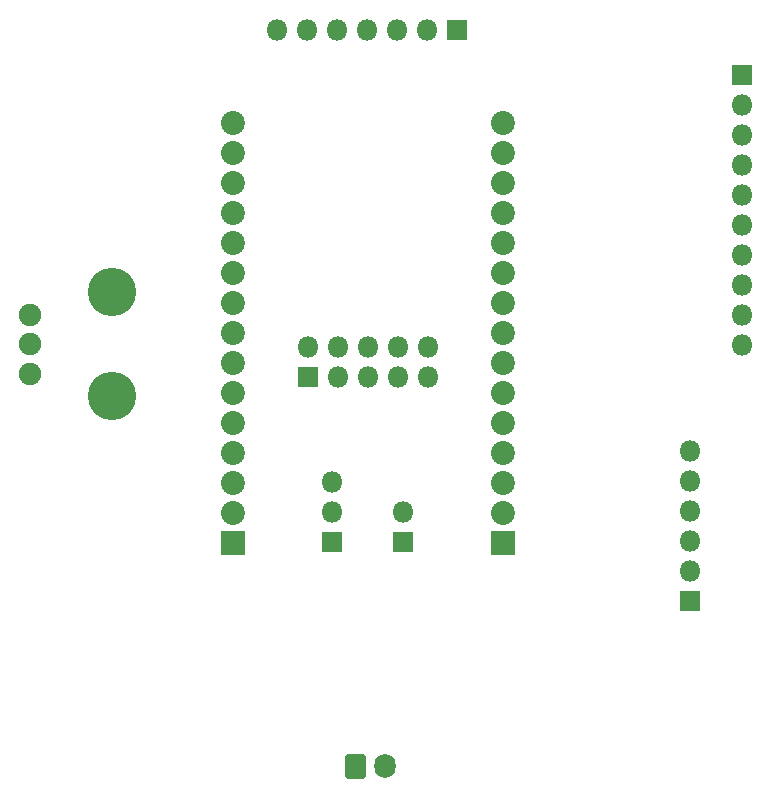
<source format=gbr>
%TF.GenerationSoftware,KiCad,Pcbnew,5.1.6*%
%TF.CreationDate,2020-06-18T23:16:12-07:00*%
%TF.ProjectId,draft,64726166-742e-46b6-9963-61645f706362,rev?*%
%TF.SameCoordinates,Original*%
%TF.FileFunction,Soldermask,Top*%
%TF.FilePolarity,Negative*%
%FSLAX46Y46*%
G04 Gerber Fmt 4.6, Leading zero omitted, Abs format (unit mm)*
G04 Created by KiCad (PCBNEW 5.1.6) date 2020-06-18 23:16:12*
%MOMM*%
%LPD*%
G01*
G04 APERTURE LIST*
%ADD10R,2.030000X2.030000*%
%ADD11C,2.030000*%
%ADD12O,1.800000X2.100000*%
%ADD13C,4.100000*%
%ADD14C,1.900000*%
%ADD15R,1.800000X1.800000*%
%ADD16O,1.800000X1.800000*%
G04 APERTURE END LIST*
D10*
%TO.C,U1*%
X105450001Y-84095001D03*
D11*
X105450001Y-81555001D03*
X105450001Y-79015001D03*
X105450001Y-76475001D03*
X105450001Y-73935001D03*
X105450001Y-71395001D03*
X105450001Y-68855001D03*
X105450001Y-66315001D03*
X105450001Y-63775001D03*
X105450001Y-61235001D03*
X105450001Y-58695001D03*
X105450001Y-56155001D03*
X105450001Y-53615001D03*
X105450001Y-51075001D03*
X105450001Y-48535001D03*
D10*
X82590001Y-84095001D03*
D11*
X82590001Y-81555001D03*
X82590001Y-79015001D03*
X82590001Y-76475001D03*
X82590001Y-73935001D03*
X82590001Y-71395001D03*
X82590001Y-68855001D03*
X82590001Y-66315001D03*
X82590001Y-63775001D03*
X82590001Y-61235001D03*
X82590001Y-58695001D03*
X82590001Y-56155001D03*
X82590001Y-53615001D03*
X82590001Y-51075001D03*
X82590001Y-48535001D03*
%TD*%
%TO.C,J2*%
G36*
G01*
X92100000Y-103785294D02*
X92100000Y-102214706D01*
G75*
G02*
X92364706Y-101950000I264706J0D01*
G01*
X93635294Y-101950000D01*
G75*
G02*
X93900000Y-102214706I0J-264706D01*
G01*
X93900000Y-103785294D01*
G75*
G02*
X93635294Y-104050000I-264706J0D01*
G01*
X92364706Y-104050000D01*
G75*
G02*
X92100000Y-103785294I0J264706D01*
G01*
G37*
D12*
X95500000Y-103000000D03*
%TD*%
D13*
%TO.C,RV1*%
X72405000Y-62870000D03*
X72405000Y-71670000D03*
D14*
X65405000Y-64770000D03*
X65405000Y-67270000D03*
X65405000Y-69770000D03*
%TD*%
D15*
%TO.C,ADC1*%
X125730000Y-44450000D03*
D16*
X125730000Y-46990000D03*
X125730000Y-49530000D03*
X125730000Y-52070000D03*
X125730000Y-54610000D03*
X125730000Y-57150000D03*
X125730000Y-59690000D03*
X125730000Y-62230000D03*
X125730000Y-64770000D03*
X125730000Y-67310000D03*
%TD*%
D15*
%TO.C,BME1*%
X121285000Y-89000000D03*
D16*
X121285000Y-86460000D03*
X121285000Y-83920000D03*
X121285000Y-81380000D03*
X121285000Y-78840000D03*
X121285000Y-76300000D03*
%TD*%
D15*
%TO.C,J1*%
X89000000Y-70000000D03*
D16*
X89000000Y-67460000D03*
X91540000Y-70000000D03*
X91540000Y-67460000D03*
X94080000Y-70000000D03*
X94080000Y-67460000D03*
X96620000Y-70000000D03*
X96620000Y-67460000D03*
X99160000Y-70000000D03*
X99160000Y-67460000D03*
%TD*%
D15*
%TO.C,LCD_SPI1*%
X101600000Y-40640000D03*
D16*
X99060000Y-40640000D03*
X96520000Y-40640000D03*
X93980000Y-40640000D03*
X91440000Y-40640000D03*
X88900000Y-40640000D03*
X86360000Y-40640000D03*
%TD*%
D15*
%TO.C,MOIST1*%
X91000000Y-84000000D03*
D16*
X91000000Y-81460000D03*
X91000000Y-78920000D03*
%TD*%
D15*
%TO.C,PHOTO1*%
X97000000Y-84000000D03*
D16*
X97000000Y-81460000D03*
%TD*%
M02*

</source>
